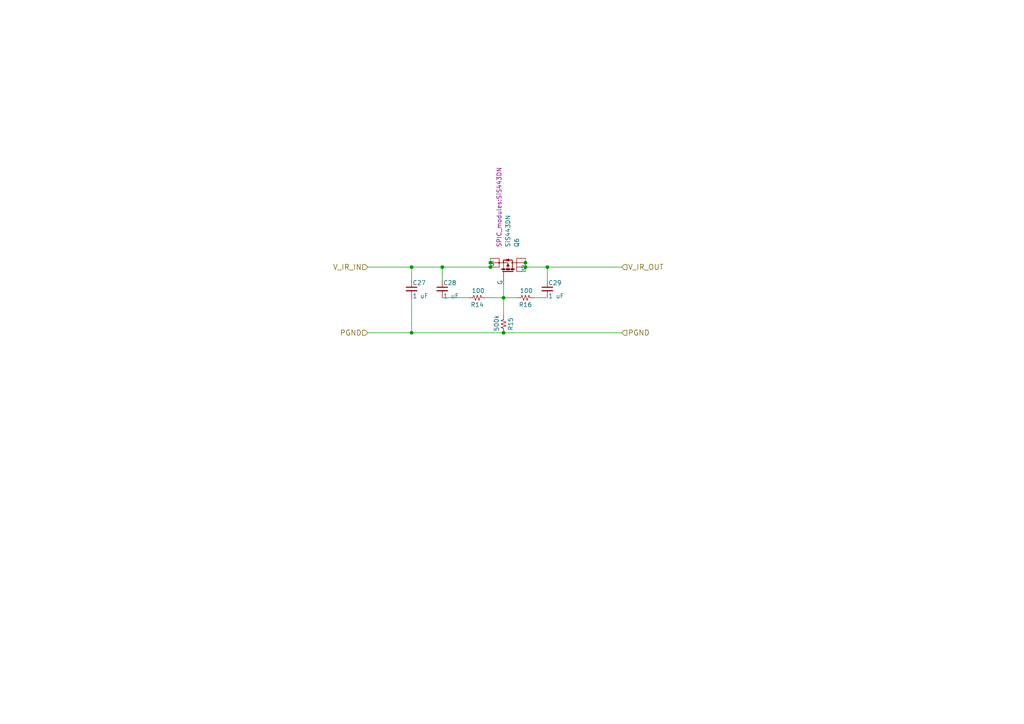
<source format=kicad_sch>
(kicad_sch (version 20230121) (generator eeschema)
  (paper "A4")
  (lib_symbols
    (symbol "SPC-UW-MOD1-rescue:C_Small" (pin_numbers hide) (pin_names (offset 0.254) hide)
      (property "Reference" "C" (at 0.254 1.778 0))
      (property "Value" "C_Small" (at 0.254 -2.032 0))
      (symbol "C_Small_0_1"
        (polyline (pts (xy -1.524 -0.508) (xy 1.524 -0.508)) (stroke (width 0.3302)))
        (polyline (pts (xy -1.524 0.508) (xy 1.524 0.508)) (stroke (width 0.3048)))
      )
      (symbol "C_Small_1_1"
        (pin passive line (at 0 2.54 270) (length 2.032) (name "~") (number "1"))
        (pin passive line (at 0 -2.54 90) (length 2.032) (name "~") (number "2"))
      )
    )
    (symbol "SPC-UW-MOD1-rescue:Resistor_small" (pin_numbers hide) (pin_names (offset 0))
      (property "Reference" "R" (at 2.032 0 90))
      (property "Value" "Resistor_small" (at -2.032 0.254 90))
      (symbol "Resistor_small_0_1"
        (polyline (pts (xy 0 1.27) (xy -0.762 1.016) (xy 0.762 0.508) (xy -0.762 0) (xy 0.762 -0.508) (xy -0.762 -1.016) (xy 0 -1.27)))
      )
      (symbol "Resistor_small_1_1"
        (pin passive line (at 0 2.54 270) (length 1.27) (name "~") (number "1"))
        (pin passive line (at 0 -2.54 90) (length 1.27) (name "~") (number "2"))
      )
    )
    (symbol "SPC-UW-MOD1-rescue:SiS443DN" (pin_names (offset 0))
      (property "Reference" "Q" (at 9.525 2.54 0))
      (property "Value" "SiS443DN" (at 9.525 0 0))
      (property "Footprint" "PowerPAK 1212-8" (at 9.525 -2.54 0))
      (symbol "SiS443DN_0_1"
        (polyline (pts (xy 0 -1.27) (xy 1.27 -1.27)))
        (polyline (pts (xy 2.54 -1.27) (xy 1.27 -1.27)))
        (polyline (pts (xy 3.175 -1.016) (xy 3.175 -1.651)) (stroke (width 0.508)))
        (polyline (pts (xy 3.175 0.381) (xy 3.175 -0.381)) (stroke (width 0.508)))
        (polyline (pts (xy 3.175 0.381) (xy 3.175 -0.381)) (stroke (width 0.508)))
        (polyline (pts (xy 3.175 1.651) (xy 3.175 1.016)) (stroke (width 0.508)))
        (polyline (pts (xy 3.175 1.651) (xy 3.175 1.016)) (stroke (width 0.508)))
        (polyline (pts (xy 3.302 -1.27) (xy 5.08 -1.27)))
        (polyline (pts (xy 3.302 1.27) (xy 5.08 1.27)))
        (polyline (pts (xy 3.302 1.27) (xy 5.08 1.27)))
        (polyline (pts (xy 3.302 1.27) (xy 5.08 1.27)))
        (polyline (pts (xy 3.302 1.27) (xy 5.08 1.27)))
        (polyline (pts (xy 3.81 3.81) (xy 3.81 2.54)))
        (polyline (pts (xy 5.08 -2.54) (xy 5.08 -3.81)))
        (polyline (pts (xy 5.08 -1.27) (xy 5.08 -2.54)))
        (polyline (pts (xy 5.08 3.81) (xy 5.08 2.54)))
        (polyline (pts (xy 5.461 -0.381) (xy 6.223 -0.381)))
        (polyline (pts (xy 2.54 1.524) (xy 2.54 -1.524) (xy 2.54 -1.524)) (stroke (width 0.254)))
        (polyline (pts (xy 2.54 1.524) (xy 2.54 -1.524) (xy 2.54 -1.524)) (stroke (width 0.254)))
        (polyline (pts (xy 3.302 0) (xy 5.08 0) (xy 5.08 -1.27)))
        (polyline (pts (xy 5.08 -2.54) (xy 3.81 -2.54) (xy 3.81 -3.81)))
        (polyline (pts (xy 5.08 -2.54) (xy 6.35 -2.54) (xy 6.35 -3.81)))
        (polyline (pts (xy 6.35 3.81) (xy 6.35 2.54) (xy 5.08 2.54)))
        (polyline (pts (xy 2.54 3.81) (xy 2.54 2.54) (xy 5.08 2.54) (xy 5.08 1.27)))
        (polyline (pts (xy 4.826 0) (xy 4.064 0.381) (xy 4.064 -0.381) (xy 4.826 0)) (fill (type outline)))
        (polyline (pts (xy 5.08 -1.27) (xy 5.842 -1.27) (xy 5.842 1.27) (xy 5.08 1.27)))
        (polyline (pts (xy 5.08 -1.27) (xy 5.842 -1.27) (xy 5.842 1.27) (xy 5.08 1.27)))
        (polyline (pts (xy 5.08 -1.27) (xy 5.842 -1.27) (xy 5.842 1.27) (xy 5.08 1.27)))
        (polyline (pts (xy 5.08 -1.27) (xy 5.842 -1.27) (xy 5.842 1.27) (xy 5.08 1.27)))
        (polyline (pts (xy 5.842 -0.381) (xy 5.461 0.254) (xy 6.223 0.254) (xy 5.842 -0.381)) (fill (type outline)))
        (circle (center 5.08 -2.54) (radius 0.127))
        (circle (center 5.08 -2.54) (radius 0.127))
        (circle (center 5.08 -2.54) (radius 0.127))
        (circle (center 5.08 -2.54) (radius 0.127))
        (circle (center 5.08 -1.27) (radius 0.127))
        (circle (center 5.08 1.27) (radius 0.127))
        (circle (center 5.08 1.27) (radius 0.127))
        (circle (center 5.08 1.27) (radius 0.127))
        (circle (center 5.08 1.27) (radius 0.127))
      )
      (symbol "SiS443DN_1_1"
        (pin power_in line (at 6.35 -5.08 90) (length 1.27) (name "S") (number "1"))
        (pin input line (at 3.81 -5.08 90) (length 1.27) (name "S") (number "2"))
        (pin bidirectional line (at 5.08 -5.08 90) (length 1.27) (name "S") (number "3"))
        (pin output line (at -1.27 -1.27 0) (length 1.27) (name "G") (number "4"))
        (pin power_in line (at 2.54 5.08 270) (length 1.27) (name "D") (number "5"))
        (pin power_in line (at 3.81 5.08 270) (length 1.27) (name "D") (number "6"))
        (pin power_in line (at 5.08 5.08 270) (length 1.27) (name "D") (number "7"))
        (pin power_in line (at 6.35 5.08 270) (length 1.27) (name "D") (number "8"))
      )
    )
  )
  (junction (at 146.05 96.52))
  (junction (at 146.05 86.36))
  (junction (at 128.27 77.47))
  (junction (at 142.24 76.2))
  (junction (at 119.38 77.47))
  (junction (at 119.38 96.52))
  (junction (at 158.75 77.47))
  (junction (at 152.4 76.2))
  (junction (at 142.24 77.47))
  (junction (at 152.4 77.47))
  (wire (pts (xy 119.38 77.47) (xy 128.27 77.47)))
  (wire (pts (xy 128.27 77.47) (xy 128.27 81.28)))
  (wire (pts (xy 146.05 82.55) (xy 146.05 86.36)))
  (wire (pts (xy 146.05 86.36) (xy 149.86 86.36)))
  (wire (pts (xy 128.27 77.47) (xy 142.24 77.47)))
  (wire (pts (xy 152.4 74.93) (xy 152.4 76.2)))
  (wire (pts (xy 146.05 96.52) (xy 180.34 96.52)))
  (wire (pts (xy 152.4 76.2) (xy 152.4 77.47)))
  (wire (pts (xy 106.68 77.47) (xy 119.38 77.47)))
  (wire (pts (xy 158.75 77.47) (xy 158.75 81.28)))
  (wire (pts (xy 146.05 86.36) (xy 146.05 91.44)))
  (wire (pts (xy 128.27 86.36) (xy 135.89 86.36)))
  (wire (pts (xy 119.38 86.36) (xy 119.38 96.52)))
  (wire (pts (xy 119.38 96.52) (xy 146.05 96.52)))
  (wire (pts (xy 106.68 96.52) (xy 119.38 96.52)))
  (wire (pts (xy 142.24 76.2) (xy 142.24 74.93)))
  (wire (pts (xy 140.97 86.36) (xy 146.05 86.36)))
  (wire (pts (xy 142.24 77.47) (xy 142.24 76.2)))
  (wire (pts (xy 152.4 77.47) (xy 152.4 78.74)))
  (wire (pts (xy 158.75 77.47) (xy 180.34 77.47)))
  (wire (pts (xy 152.4 77.47) (xy 158.75 77.47)))
  (wire (pts (xy 158.75 86.36) (xy 154.94 86.36)))
  (wire (pts (xy 119.38 81.28) (xy 119.38 77.47)))
  (hierarchical_label "V_IR_OUT" (shape input) (at 180.34 77.47 0) (effects (font (size 1.524 1.524))))
  (hierarchical_label "PGND" (shape input) (at 106.68 96.52 180) (effects (font (size 1.524 1.524))))
  (hierarchical_label "PGND" (shape input) (at 180.34 96.52 0) (effects (font (size 1.524 1.524))))
  (hierarchical_label "V_IR_IN" (shape input) (at 106.68 77.47 180) (effects (font (size 1.524 1.524))))
  (symbol (lib_id "SPC-UW-MOD1-rescue:SiS443DN") (at 147.32 81.28 270) (mirror x) (unit 1)
    (property "Reference" "Q6" (at 149.86 71.755 0) (effects (justify left)))
    (property "Value" "SiS443DN" (at 147.32 71.755 0) (effects (justify left)))
    (property "Footprint" "SPIC_modules:SiS443DN" (at 144.78 71.755 0) (effects (justify left)))
  )
  (symbol (lib_id "SPC-UW-MOD1-rescue:C_Small") (at 158.75 83.82 0) (unit 1)
    (property "Reference" "C29" (at 159.004 82.042 0) (effects (justify left)))
    (property "Value" "1 uF" (at 159.004 85.852 0) (effects (justify left)))
    (property "Footprint" "Capacitors_SMD:C_0805" (effects hide))
    (property "Datasheet" "https://www.digikey.com/product-detail/en/taiyo-yuden/UMK212B7105KG-T/587-2910-1-ND/2649030" (effects hide))
    (property "Part Number" "UMK212B7105KG-T" (effects hide))
  )
  (symbol (lib_id "SPC-UW-MOD1-rescue:Resistor_small") (at 138.43 86.36 270) (unit 1)
    (property "Reference" "R14" (at 138.43 88.392 90))
    (property "Value" "100" (at 138.684 84.328 90))
    (property "Footprint" "Resistors_SMD:R_0805" (effects hide))
    (property "Datasheet" "https://www.digikey.com/product-detail/en/yageo/RC0805FR-07100RL/311-100CRCT-ND/730490" (effects hide))
    (property "Part Number" "RC0805FR-07100RL" (effects hide))
  )
  (symbol (lib_id "SPC-UW-MOD1-rescue:Resistor_small") (at 146.05 93.98 0) (unit 1)
    (property "Reference" "R15" (at 148.082 93.98 90))
    (property "Value" "500k" (at 144.018 93.726 90))
    (property "Footprint" "Resistors_SMD:R_0805" (effects hide))
    (property "Datasheet" "https://www.digikey.com/product-detail/en/yageo/RC0805FR-07499KL/311-499KCRCT-ND/730934" (effects hide))
    (property "Part Number" "RC0805FR-07499KL" (effects hide))
  )
  (symbol (lib_id "SPC-UW-MOD1-rescue:Resistor_small") (at 152.4 86.36 270) (unit 1)
    (property "Reference" "R16" (at 152.4 88.392 90))
    (property "Value" "100" (at 152.654 84.328 90))
    (property "Footprint" "Resistors_SMD:R_0805" (effects hide))
    (property "Datasheet" "https://www.digikey.com/product-detail/en/yageo/RC0805FR-07100RL/311-100CRCT-ND/730490" (effects hide))
    (property "Part Number" "RC0805FR-07100RL" (effects hide))
  )
  (symbol (lib_id "SPC-UW-MOD1-rescue:C_Small") (at 128.27 83.82 0) (unit 1)
    (property "Reference" "C28" (at 128.524 82.042 0) (effects (justify left)))
    (property "Value" "1 uF" (at 128.524 85.852 0) (effects (justify left)))
    (property "Footprint" "Capacitors_SMD:C_0805" (effects hide))
    (property "Datasheet" "https://www.digikey.com/product-detail/en/taiyo-yuden/UMK212B7105KG-T/587-2910-1-ND/2649030" (effects hide))
    (property "Part Number" "UMK212B7105KG-T" (effects hide))
  )
  (symbol (lib_id "SPC-UW-MOD1-rescue:C_Small") (at 119.38 83.82 0) (unit 1)
    (property "Reference" "C27" (at 119.634 82.042 0) (effects (justify left)))
    (property "Value" "1 uF" (at 119.634 85.852 0) (effects (justify left)))
    (property "Footprint" "Capacitors_SMD:C_0805" (effects hide))
    (property "Datasheet" "https://www.digikey.com/product-detail/en/taiyo-yuden/UMK212B7105KG-T/587-2910-1-ND/2649030" (effects hide))
    (property "Part Number" "UMK212B7105KG-T" (effects hide))
  )
)
</source>
